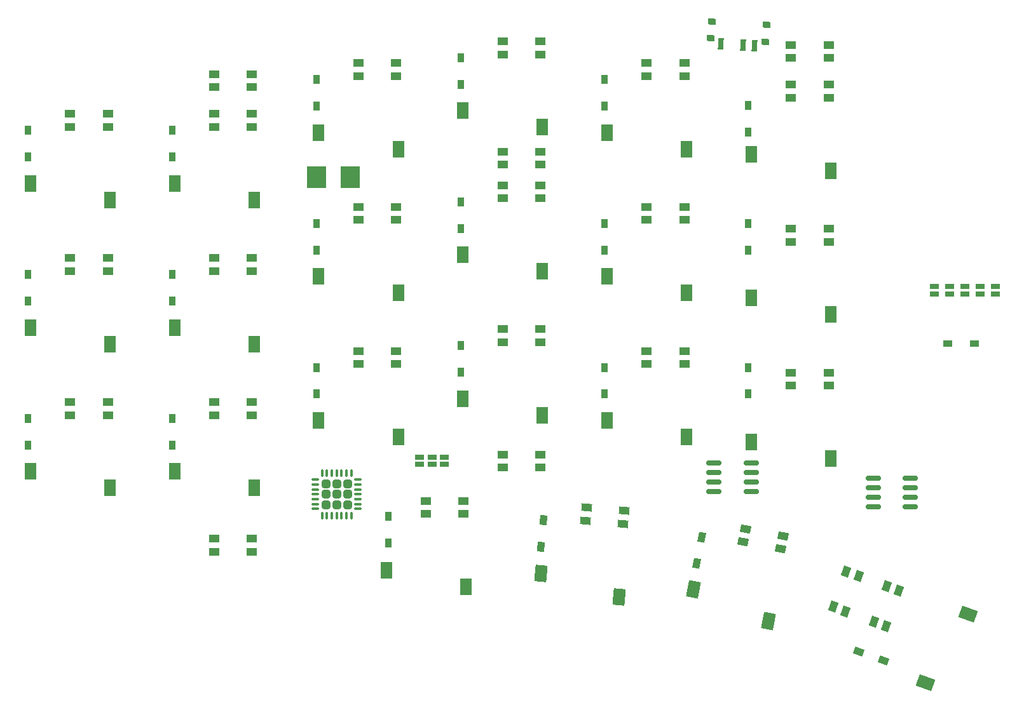
<source format=gbp>
G04 #@! TF.GenerationSoftware,KiCad,Pcbnew,7.0.7*
G04 #@! TF.CreationDate,2024-01-28T17:29:48-05:00*
G04 #@! TF.ProjectId,keybear-chocolate,6b657962-6561-4722-9d63-686f636f6c61,v1.0.0*
G04 #@! TF.SameCoordinates,Original*
G04 #@! TF.FileFunction,Paste,Bot*
G04 #@! TF.FilePolarity,Positive*
%FSLAX46Y46*%
G04 Gerber Fmt 4.6, Leading zero omitted, Abs format (unit mm)*
G04 Created by KiCad (PCBNEW 7.0.7) date 2024-01-28 17:29:48*
%MOMM*%
%LPD*%
G01*
G04 APERTURE LIST*
G04 Aperture macros list*
%AMRoundRect*
0 Rectangle with rounded corners*
0 $1 Rounding radius*
0 $2 $3 $4 $5 $6 $7 $8 $9 X,Y pos of 4 corners*
0 Add a 4 corners polygon primitive as box body*
4,1,4,$2,$3,$4,$5,$6,$7,$8,$9,$2,$3,0*
0 Add four circle primitives for the rounded corners*
1,1,$1+$1,$2,$3*
1,1,$1+$1,$4,$5*
1,1,$1+$1,$6,$7*
1,1,$1+$1,$8,$9*
0 Add four rect primitives between the rounded corners*
20,1,$1+$1,$2,$3,$4,$5,0*
20,1,$1+$1,$4,$5,$6,$7,0*
20,1,$1+$1,$6,$7,$8,$9,0*
20,1,$1+$1,$8,$9,$2,$3,0*%
%AMRotRect*
0 Rectangle, with rotation*
0 The origin of the aperture is its center*
0 $1 length*
0 $2 width*
0 $3 Rotation angle, in degrees counterclockwise*
0 Add horizontal line*
21,1,$1,$2,0,0,$3*%
G04 Aperture macros list end*
%ADD10R,1.600000X2.200000*%
%ADD11R,0.950000X1.300000*%
%ADD12R,1.380000X1.000000*%
%ADD13RotRect,1.380000X1.000000X70.000000*%
%ADD14R,2.500000X3.000000*%
%ADD15RotRect,1.600000X2.200000X250.000000*%
%ADD16RotRect,1.380000X1.000000X355.000000*%
%ADD17RotRect,1.600000X2.200000X169.000000*%
%ADD18RotRect,1.300000X0.950000X340.000000*%
%ADD19RotRect,1.380000X1.000000X349.000000*%
%ADD20R,1.300000X0.950000*%
%ADD21RotRect,1.300000X0.950000X259.000000*%
%ADD22RotRect,1.600000X2.200000X175.000000*%
%ADD23RotRect,1.300000X0.950000X265.000000*%
%ADD24R,1.143000X0.635000*%
%ADD25RoundRect,0.150000X0.825000X0.150000X-0.825000X0.150000X-0.825000X-0.150000X0.825000X-0.150000X0*%
%ADD26RotRect,1.000000X0.800000X356.500000*%
%ADD27RotRect,0.700000X1.500000X356.500000*%
%ADD28RoundRect,0.250000X-0.320000X-0.320000X0.320000X-0.320000X0.320000X0.320000X-0.320000X0.320000X0*%
%ADD29RoundRect,0.075000X-0.437500X-0.075000X0.437500X-0.075000X0.437500X0.075000X-0.437500X0.075000X0*%
%ADD30RoundRect,0.075000X-0.075000X-0.437500X0.075000X-0.437500X0.075000X0.437500X-0.075000X0.437500X0*%
G04 APERTURE END LIST*
D10*
X161400000Y-134500000D03*
X172000000Y-136700000D03*
D11*
X237800000Y-139825000D03*
X237800000Y-143375000D03*
D12*
X166685600Y-107775000D03*
X171714400Y-107775000D03*
X171714400Y-106025000D03*
X166685600Y-106025000D03*
X243485600Y-103865000D03*
X248514400Y-103865000D03*
X248514400Y-102115000D03*
X243485600Y-102115000D03*
D11*
X161100000Y-127425000D03*
X161100000Y-130975000D03*
D10*
X199800000Y-105610000D03*
X210400000Y-107810000D03*
D11*
X180300000Y-120625000D03*
X180300000Y-124175000D03*
X180300000Y-101425000D03*
X180300000Y-104975000D03*
D12*
X224285600Y-139375000D03*
X229314400Y-139375000D03*
X229314400Y-137625000D03*
X224285600Y-137625000D03*
D10*
X219000000Y-127700000D03*
X229600000Y-129900000D03*
X238200000Y-111390000D03*
X248800000Y-113590000D03*
D13*
X256174541Y-174343009D03*
X257894491Y-169617482D03*
X256250029Y-169018947D03*
X254530079Y-173744474D03*
D10*
X161400000Y-153700000D03*
X172000000Y-155900000D03*
D12*
X243485600Y-98565000D03*
X248514400Y-98565000D03*
X248514400Y-96815000D03*
X243485600Y-96815000D03*
D11*
X199500000Y-98535000D03*
X199500000Y-102085000D03*
D10*
X238200000Y-130590000D03*
X248800000Y-132790000D03*
D12*
X166685600Y-164425600D03*
X171714400Y-164425600D03*
X171714400Y-162675600D03*
X166685600Y-162675600D03*
D11*
X237800000Y-104925000D03*
X237800000Y-108475000D03*
D10*
X238200000Y-149790000D03*
X248800000Y-151990000D03*
D11*
X141900000Y-127425000D03*
X141900000Y-130975000D03*
D14*
X180340000Y-114427000D03*
X184840000Y-114427000D03*
D10*
X142200000Y-134500000D03*
X152800000Y-136700000D03*
D15*
X261437946Y-181883550D03*
X267130683Y-172675253D03*
D10*
X180600000Y-127700000D03*
X191200000Y-129900000D03*
D11*
X237800000Y-120625000D03*
X237800000Y-124175000D03*
D16*
X216137578Y-160253761D03*
X221147242Y-160692050D03*
X221299764Y-158948709D03*
X216290100Y-158510420D03*
D10*
X180600000Y-108500000D03*
X191200000Y-110700000D03*
D17*
X230542845Y-169431697D03*
X240528313Y-173613853D03*
D10*
X219000000Y-108500000D03*
X229600000Y-110700000D03*
D11*
X161100000Y-146625000D03*
X161100000Y-150175000D03*
D18*
X252535246Y-177675514D03*
X255871154Y-178889686D03*
D19*
X237167171Y-163053493D03*
X242103578Y-164013033D03*
X242437493Y-162295185D03*
X237501086Y-161335645D03*
D12*
X243485600Y-142265000D03*
X248514400Y-142265000D03*
X248514400Y-140515000D03*
X243485600Y-140515000D03*
X147485600Y-107775000D03*
X152514400Y-107775000D03*
X152514400Y-106025000D03*
X147485600Y-106025000D03*
D10*
X189600000Y-166900000D03*
X200200000Y-169100000D03*
D13*
X250787256Y-172334031D03*
X252507206Y-167608504D03*
X250862744Y-167009969D03*
X249142794Y-171735496D03*
D10*
X219000000Y-146900000D03*
X229600000Y-149100000D03*
D11*
X218700000Y-101425000D03*
X218700000Y-104975000D03*
X180300000Y-139825000D03*
X180300000Y-143375000D03*
D12*
X224285600Y-100975000D03*
X229314400Y-100975000D03*
X229314400Y-99225000D03*
X224285600Y-99225000D03*
X194885600Y-159375000D03*
X199914400Y-159375000D03*
X199914400Y-157625000D03*
X194885600Y-157625000D03*
X224285600Y-120175000D03*
X229314400Y-120175000D03*
X229314400Y-118425000D03*
X224285600Y-118425000D03*
X185885600Y-139375000D03*
X190914400Y-139375000D03*
X190914400Y-137625000D03*
X185885600Y-137625000D03*
X147485600Y-126975000D03*
X152514400Y-126975000D03*
X152514400Y-125225000D03*
X147485600Y-125225000D03*
D10*
X142200000Y-153700000D03*
X152800000Y-155900000D03*
D20*
X264417000Y-136634000D03*
X267967000Y-136634000D03*
D12*
X185885600Y-100975000D03*
X190914400Y-100975000D03*
X190914400Y-99225000D03*
X185885600Y-99225000D03*
D10*
X161400000Y-115300000D03*
X172000000Y-117500000D03*
X180600000Y-146900000D03*
X191200000Y-149100000D03*
D11*
X199500000Y-136935000D03*
X199500000Y-140485000D03*
D12*
X205085600Y-117285000D03*
X210114400Y-117285000D03*
X210114400Y-115535000D03*
X205085600Y-115535000D03*
D11*
X141900000Y-108225000D03*
X141900000Y-111775000D03*
D12*
X205085600Y-136485000D03*
X210114400Y-136485000D03*
X210114400Y-134735000D03*
X205085600Y-134735000D03*
D21*
X231598330Y-162429443D03*
X230920958Y-165914219D03*
D11*
X218700000Y-120625000D03*
X218700000Y-124175000D03*
X141900000Y-146625000D03*
X141900000Y-150175000D03*
D12*
X166685600Y-126975000D03*
X171714400Y-126975000D03*
X171714400Y-125225000D03*
X166685600Y-125225000D03*
D11*
X199500000Y-117735000D03*
X199500000Y-121285000D03*
D12*
X243485600Y-123065000D03*
X248514400Y-123065000D03*
X248514400Y-121315000D03*
X243485600Y-121315000D03*
D22*
X210216244Y-167289456D03*
X220584165Y-170404935D03*
D12*
X205085600Y-98085000D03*
X210114400Y-98085000D03*
X210114400Y-96335000D03*
X205085600Y-96335000D03*
X166685600Y-102475000D03*
X171714400Y-102475000D03*
X171714400Y-100725000D03*
X166685600Y-100725000D03*
X185885600Y-120175000D03*
X190914400Y-120175000D03*
X190914400Y-118425000D03*
X185885600Y-118425000D03*
D10*
X142200000Y-115300000D03*
X152800000Y-117500000D03*
D12*
X147485600Y-146175000D03*
X152514400Y-146175000D03*
X152514400Y-144425000D03*
X147485600Y-144425000D03*
D10*
X199800000Y-144010000D03*
X210400000Y-146210000D03*
X199800000Y-124810000D03*
X210400000Y-127010000D03*
D12*
X205085600Y-153185000D03*
X210114400Y-153185000D03*
X210114400Y-151435000D03*
X205085600Y-151435000D03*
D11*
X161100000Y-108225000D03*
X161100000Y-111775000D03*
D12*
X205085600Y-112785000D03*
X210114400Y-112785000D03*
X210114400Y-111035000D03*
X205085600Y-111035000D03*
D11*
X189865000Y-159642000D03*
X189865000Y-163192000D03*
D12*
X166685600Y-146175000D03*
X171714400Y-146175000D03*
X171714400Y-144425000D03*
X166685600Y-144425000D03*
D23*
X210534012Y-160215231D03*
X210224610Y-163751723D03*
D11*
X218700000Y-139825000D03*
X218700000Y-143375000D03*
D24*
X268732000Y-129032000D03*
X268732000Y-130032760D03*
D25*
X238187000Y-152527000D03*
X238187000Y-153797000D03*
X238187000Y-155067000D03*
X238187000Y-156337000D03*
X233237000Y-156337000D03*
X233237000Y-155067000D03*
X233237000Y-153797000D03*
X233237000Y-152527000D03*
D24*
X270764000Y-129032000D03*
X270764000Y-130032760D03*
X194056000Y-152773380D03*
X194056000Y-151772620D03*
X262636000Y-129039620D03*
X262636000Y-130040380D03*
X264668000Y-129039620D03*
X264668000Y-130040380D03*
X197358000Y-152773380D03*
X197358000Y-151772620D03*
D25*
X259396000Y-154559000D03*
X259396000Y-155829000D03*
X259396000Y-157099000D03*
X259396000Y-158369000D03*
X254446000Y-158369000D03*
X254446000Y-157099000D03*
X254446000Y-155829000D03*
X254446000Y-154559000D03*
D26*
X232946816Y-93737546D03*
X232811899Y-95943424D03*
X240233200Y-94183200D03*
X240098283Y-96389078D03*
D27*
X234169606Y-96677680D03*
X237164011Y-96860825D03*
X238661213Y-96952398D03*
D28*
X181587000Y-155321000D03*
X181587000Y-156741000D03*
X181587000Y-158161000D03*
X183007000Y-155321000D03*
X183007000Y-156741000D03*
X183007000Y-158161000D03*
X184427000Y-155321000D03*
X184427000Y-156741000D03*
X184427000Y-158161000D03*
D29*
X180169500Y-158691000D03*
X180169500Y-158041000D03*
X180169500Y-157391000D03*
X180169500Y-156741000D03*
X180169500Y-156091000D03*
X180169500Y-155441000D03*
X180169500Y-154791000D03*
D30*
X181057000Y-153903500D03*
X181707000Y-153903500D03*
X182357000Y-153903500D03*
X183007000Y-153903500D03*
X183657000Y-153903500D03*
X184307000Y-153903500D03*
X184957000Y-153903500D03*
D29*
X185844500Y-154791000D03*
X185844500Y-155441000D03*
X185844500Y-156091000D03*
X185844500Y-156741000D03*
X185844500Y-157391000D03*
X185844500Y-158041000D03*
X185844500Y-158691000D03*
D30*
X184957000Y-159578500D03*
X184307000Y-159578500D03*
X183657000Y-159578500D03*
X183007000Y-159578500D03*
X182357000Y-159578500D03*
X181707000Y-159578500D03*
X181057000Y-159578500D03*
D24*
X266700000Y-129039620D03*
X266700000Y-130040380D03*
X195707000Y-152773380D03*
X195707000Y-151772620D03*
M02*

</source>
